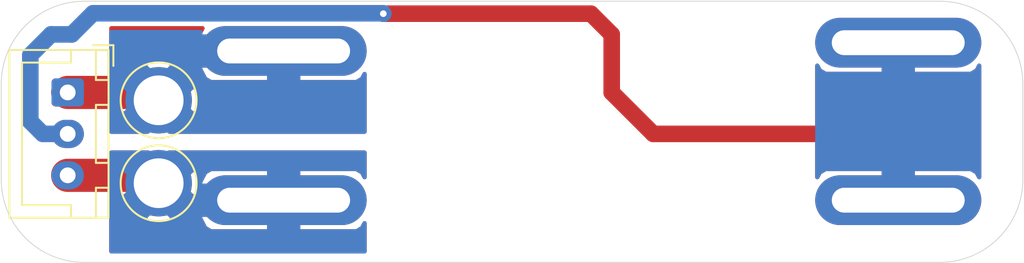
<source format=kicad_pcb>
(kicad_pcb (version 20171130) (host pcbnew 5.1.6)

  (general
    (thickness 1.6)
    (drawings 16)
    (tracks 20)
    (zones 0)
    (modules 11)
    (nets 4)
  )

  (page A4)
  (layers
    (0 F.Cu signal)
    (31 B.Cu signal)
    (32 B.Adhes user)
    (33 F.Adhes user)
    (34 B.Paste user)
    (35 F.Paste user)
    (36 B.SilkS user)
    (37 F.SilkS user)
    (38 B.Mask user)
    (39 F.Mask user)
    (40 Dwgs.User user)
    (41 Cmts.User user)
    (42 Eco1.User user)
    (43 Eco2.User user)
    (44 Edge.Cuts user)
    (45 Margin user)
    (46 B.CrtYd user)
    (47 F.CrtYd user)
    (48 B.Fab user)
    (49 F.Fab user hide)
  )

  (setup
    (last_trace_width 1)
    (user_trace_width 1)
    (user_trace_width 2)
    (trace_clearance 0.2)
    (zone_clearance 0.508)
    (zone_45_only no)
    (trace_min 0.2)
    (via_size 0.8)
    (via_drill 0.4)
    (via_min_size 0.4)
    (via_min_drill 0.3)
    (uvia_size 0.3)
    (uvia_drill 0.1)
    (uvias_allowed no)
    (uvia_min_size 0.2)
    (uvia_min_drill 0.1)
    (edge_width 0.05)
    (segment_width 0.2)
    (pcb_text_width 0.3)
    (pcb_text_size 1.5 1.5)
    (mod_edge_width 0.12)
    (mod_text_size 1 1)
    (mod_text_width 0.15)
    (pad_size 1.524 1.524)
    (pad_drill 0.762)
    (pad_to_mask_clearance 0.051)
    (solder_mask_min_width 0.25)
    (aux_axis_origin 0 0)
    (visible_elements FFFFFF7F)
    (pcbplotparams
      (layerselection 0x010fc_ffffffff)
      (usegerberextensions false)
      (usegerberattributes false)
      (usegerberadvancedattributes false)
      (creategerberjobfile false)
      (excludeedgelayer true)
      (linewidth 0.100000)
      (plotframeref false)
      (viasonmask false)
      (mode 1)
      (useauxorigin false)
      (hpglpennumber 1)
      (hpglpenspeed 20)
      (hpglpendiameter 15.000000)
      (psnegative false)
      (psa4output false)
      (plotreference true)
      (plotvalue true)
      (plotinvisibletext false)
      (padsonsilk false)
      (subtractmaskfromsilk false)
      (outputformat 1)
      (mirror false)
      (drillshape 0)
      (scaleselection 1)
      (outputdirectory "gerber/"))
  )

  (net 0 "")
  (net 1 BATT+)
  (net 2 MID)
  (net 3 BATT-)

  (net_class Default "This is the default net class."
    (clearance 0.2)
    (trace_width 0.25)
    (via_dia 0.8)
    (via_drill 0.4)
    (uvia_dia 0.3)
    (uvia_drill 0.1)
    (add_net BATT+)
    (add_net BATT-)
    (add_net MID)
  )

  (module MountingHole:MountingHole_3mm (layer F.Cu) (tedit 56D1B4CB) (tstamp 5E9FD76A)
    (at 123.5 70.5)
    (descr "Mounting Hole 3mm, no annular")
    (tags "mounting hole 3mm no annular")
    (path /5EA0FA7D)
    (attr virtual)
    (fp_text reference MK4 (at 0 -4) (layer F.SilkS) hide
      (effects (font (size 1 1) (thickness 0.15)))
    )
    (fp_text value Mounting_Hole (at 0 4) (layer F.Fab)
      (effects (font (size 1 1) (thickness 0.15)))
    )
    (fp_circle (center 0 0) (end 3 0) (layer Cmts.User) (width 0.15))
    (fp_circle (center 0 0) (end 3.25 0) (layer F.CrtYd) (width 0.05))
    (fp_text user %R (at 0.3 0) (layer F.Fab)
      (effects (font (size 1 1) (thickness 0.15)))
    )
    (pad 1 np_thru_hole circle (at 0 0) (size 3 3) (drill 3) (layers *.Cu *.Mask))
  )

  (module MountingHole:MountingHole_3mm (layer F.Cu) (tedit 56D1B4CB) (tstamp 5E9FD762)
    (at 104.5 70.5)
    (descr "Mounting Hole 3mm, no annular")
    (tags "mounting hole 3mm no annular")
    (path /5EA0F8C1)
    (attr virtual)
    (fp_text reference MK3 (at 0 -4) (layer F.SilkS) hide
      (effects (font (size 1 1) (thickness 0.15)))
    )
    (fp_text value Mounting_Hole (at 0 4) (layer F.Fab)
      (effects (font (size 1 1) (thickness 0.15)))
    )
    (fp_circle (center 0 0) (end 3 0) (layer Cmts.User) (width 0.15))
    (fp_circle (center 0 0) (end 3.25 0) (layer F.CrtYd) (width 0.05))
    (fp_text user %R (at 0.3 0) (layer F.Fab)
      (effects (font (size 1 1) (thickness 0.15)))
    )
    (pad 1 np_thru_hole circle (at 0 0) (size 3 3) (drill 3) (layers *.Cu *.Mask))
  )

  (module MountingHole:MountingHole_3mm (layer F.Cu) (tedit 56D1B4CB) (tstamp 5E9FD75A)
    (at 123.5 79.25)
    (descr "Mounting Hole 3mm, no annular")
    (tags "mounting hole 3mm no annular")
    (path /5EA0F7DE)
    (attr virtual)
    (fp_text reference MK2 (at 0 -4) (layer F.SilkS) hide
      (effects (font (size 1 1) (thickness 0.15)))
    )
    (fp_text value Mounting_Hole (at 0 4) (layer F.Fab)
      (effects (font (size 1 1) (thickness 0.15)))
    )
    (fp_circle (center 0 0) (end 3 0) (layer Cmts.User) (width 0.15))
    (fp_circle (center 0 0) (end 3.25 0) (layer F.CrtYd) (width 0.05))
    (fp_text user %R (at 0.3 0) (layer F.Fab)
      (effects (font (size 1 1) (thickness 0.15)))
    )
    (pad 1 np_thru_hole circle (at 0 0) (size 3 3) (drill 3) (layers *.Cu *.Mask))
  )

  (module MountingHole:MountingHole_3mm (layer F.Cu) (tedit 56D1B4CB) (tstamp 5E9FD752)
    (at 104.5 79.25)
    (descr "Mounting Hole 3mm, no annular")
    (tags "mounting hole 3mm no annular")
    (path /5EA0ED73)
    (attr virtual)
    (fp_text reference MK1 (at 0 -4) (layer F.SilkS) hide
      (effects (font (size 1 1) (thickness 0.15)))
    )
    (fp_text value Mounting_Hole (at 0 4) (layer F.Fab)
      (effects (font (size 1 1) (thickness 0.15)))
    )
    (fp_circle (center 0 0) (end 3 0) (layer Cmts.User) (width 0.15))
    (fp_circle (center 0 0) (end 3.25 0) (layer F.CrtYd) (width 0.05))
    (fp_text user %R (at 0.3 0) (layer F.Fab)
      (effects (font (size 1 1) (thickness 0.15)))
    )
    (pad 1 np_thru_hole circle (at 0 0) (size 3 3) (drill 3) (layers *.Cu *.Mask))
  )

  (module TestPoint:TestPoint_Plated_Hole_D3.0mm (layer F.Cu) (tedit 5A0F774F) (tstamp 5E9FCB53)
    (at 87.975 77.975)
    (descr "Plated Hole as test Point, diameter 3.0mm")
    (tags "test point plated hole")
    (path /5EA02BC1)
    (attr virtual)
    (fp_text reference TP10 (at -4.5 0) (layer F.SilkS) hide
      (effects (font (size 1 1) (thickness 0.15)))
    )
    (fp_text value OUT- (at 0 3) (layer F.Fab)
      (effects (font (size 1 1) (thickness 0.15)))
    )
    (fp_circle (center 0 0) (end 2.5 0) (layer F.CrtYd) (width 0.05))
    (fp_circle (center 0 0) (end 0 -2.286) (layer F.SilkS) (width 0.12))
    (fp_text user %R (at 0 -3.05) (layer F.Fab)
      (effects (font (size 1 1) (thickness 0.15)))
    )
    (pad 1 thru_hole circle (at 0 0) (size 4 4) (drill 3) (layers *.Cu *.Mask)
      (net 3 BATT-))
  )

  (module TestPoint:TestPoint_Plated_Hole_D3.0mm (layer F.Cu) (tedit 5A0F774F) (tstamp 5E9FCB4B)
    (at 87.975 72.975)
    (descr "Plated Hole as test Point, diameter 3.0mm")
    (tags "test point plated hole")
    (path /5EA02BCA)
    (attr virtual)
    (fp_text reference TP9 (at 0 -3.048) (layer F.SilkS) hide
      (effects (font (size 1 1) (thickness 0.15)))
    )
    (fp_text value OUT+ (at 0 3) (layer F.Fab)
      (effects (font (size 1 1) (thickness 0.15)))
    )
    (fp_circle (center 0 0) (end 2.5 0) (layer F.CrtYd) (width 0.05))
    (fp_circle (center 0 0) (end 0 -2.286) (layer F.SilkS) (width 0.12))
    (fp_text user %R (at 0 -3.05) (layer F.Fab) hide
      (effects (font (size 1 1) (thickness 0.15)))
    )
    (pad 1 thru_hole circle (at 0 0) (size 4 4) (drill 3) (layers *.Cu *.Mask)
      (net 1 BATT+))
  )

  (module nik_things:lipo_conductor_slit (layer F.Cu) (tedit 5E9F2B7B) (tstamp 5E9FCB2F)
    (at 95.5 79)
    (path /5E9F2363)
    (fp_text reference TP4 (at 0 -2.54) (layer F.SilkS) hide
      (effects (font (size 1 1) (thickness 0.15)))
    )
    (fp_text value C1- (at 0 2.54) (layer F.Fab)
      (effects (font (size 1 1) (thickness 0.15)))
    )
    (pad 1 thru_hole oval (at 0 0) (size 10 3) (drill oval 8 1.5) (layers *.Cu *.Mask)
      (net 3 BATT-))
  )

  (module nik_things:lipo_conductor_slit (layer F.Cu) (tedit 5E9F2B7B) (tstamp 5E9FCB2A)
    (at 132.5 79)
    (path /5E9F5AE5)
    (fp_text reference TP3 (at 0 -2.54) (layer F.SilkS) hide
      (effects (font (size 1 1) (thickness 0.15)))
    )
    (fp_text value C1+ (at 0 2.54) (layer F.Fab)
      (effects (font (size 1 1) (thickness 0.15)))
    )
    (pad 1 thru_hole oval (at 0 0) (size 10 3) (drill oval 8 1.5) (layers *.Cu *.Mask)
      (net 2 MID))
  )

  (module nik_things:lipo_conductor_slit (layer F.Cu) (tedit 5E9F2B7B) (tstamp 5E9FCB25)
    (at 132.5 69.5)
    (path /5E9F2E4C)
    (fp_text reference TP2 (at 0 -2.54) (layer F.SilkS) hide
      (effects (font (size 1 1) (thickness 0.15)))
    )
    (fp_text value C2- (at 0 2.54) (layer F.Fab)
      (effects (font (size 1 1) (thickness 0.15)))
    )
    (pad 1 thru_hole oval (at 0 0) (size 10 3) (drill oval 8 1.5) (layers *.Cu *.Mask)
      (net 2 MID))
  )

  (module nik_things:lipo_conductor_slit (layer F.Cu) (tedit 5E9F2B7B) (tstamp 5E9FCB20)
    (at 95.5 70)
    (path /5E9F6506)
    (fp_text reference TP1 (at 0 -2.54) (layer F.SilkS) hide
      (effects (font (size 1 1) (thickness 0.15)))
    )
    (fp_text value C2+ (at 0 2.54) (layer F.Fab)
      (effects (font (size 1 1) (thickness 0.15)))
    )
    (pad 1 thru_hole oval (at 0 0) (size 10 3) (drill oval 8 1.5) (layers *.Cu *.Mask)
      (net 1 BATT+))
  )

  (module Connector_JST:JST_XH_B3B-XH-A_1x03_P2.50mm_Vertical (layer F.Cu) (tedit 5C28146C) (tstamp 5E9FCB1B)
    (at 82.5 72.5 270)
    (descr "JST XH series connector, B3B-XH-A (http://www.jst-mfg.com/product/pdf/eng/eXH.pdf), generated with kicad-footprint-generator")
    (tags "connector JST XH vertical")
    (path /5E9FA1E2)
    (fp_text reference J1 (at -4 0 180) (layer F.SilkS) hide
      (effects (font (size 1 1) (thickness 0.15)))
    )
    (fp_text value Conn_01x03 (at 2.5 4.6 90) (layer F.Fab)
      (effects (font (size 1 1) (thickness 0.15)))
    )
    (fp_line (start -2.45 -2.35) (end -2.45 3.4) (layer F.Fab) (width 0.1))
    (fp_line (start -2.45 3.4) (end 7.45 3.4) (layer F.Fab) (width 0.1))
    (fp_line (start 7.45 3.4) (end 7.45 -2.35) (layer F.Fab) (width 0.1))
    (fp_line (start 7.45 -2.35) (end -2.45 -2.35) (layer F.Fab) (width 0.1))
    (fp_line (start -2.56 -2.46) (end -2.56 3.51) (layer F.SilkS) (width 0.12))
    (fp_line (start -2.56 3.51) (end 7.56 3.51) (layer F.SilkS) (width 0.12))
    (fp_line (start 7.56 3.51) (end 7.56 -2.46) (layer F.SilkS) (width 0.12))
    (fp_line (start 7.56 -2.46) (end -2.56 -2.46) (layer F.SilkS) (width 0.12))
    (fp_line (start -2.95 -2.85) (end -2.95 3.9) (layer F.CrtYd) (width 0.05))
    (fp_line (start -2.95 3.9) (end 7.95 3.9) (layer F.CrtYd) (width 0.05))
    (fp_line (start 7.95 3.9) (end 7.95 -2.85) (layer F.CrtYd) (width 0.05))
    (fp_line (start 7.95 -2.85) (end -2.95 -2.85) (layer F.CrtYd) (width 0.05))
    (fp_line (start -0.625 -2.35) (end 0 -1.35) (layer F.Fab) (width 0.1))
    (fp_line (start 0 -1.35) (end 0.625 -2.35) (layer F.Fab) (width 0.1))
    (fp_line (start 0.75 -2.45) (end 0.75 -1.7) (layer F.SilkS) (width 0.12))
    (fp_line (start 0.75 -1.7) (end 4.25 -1.7) (layer F.SilkS) (width 0.12))
    (fp_line (start 4.25 -1.7) (end 4.25 -2.45) (layer F.SilkS) (width 0.12))
    (fp_line (start 4.25 -2.45) (end 0.75 -2.45) (layer F.SilkS) (width 0.12))
    (fp_line (start -2.55 -2.45) (end -2.55 -1.7) (layer F.SilkS) (width 0.12))
    (fp_line (start -2.55 -1.7) (end -0.75 -1.7) (layer F.SilkS) (width 0.12))
    (fp_line (start -0.75 -1.7) (end -0.75 -2.45) (layer F.SilkS) (width 0.12))
    (fp_line (start -0.75 -2.45) (end -2.55 -2.45) (layer F.SilkS) (width 0.12))
    (fp_line (start 5.75 -2.45) (end 5.75 -1.7) (layer F.SilkS) (width 0.12))
    (fp_line (start 5.75 -1.7) (end 7.55 -1.7) (layer F.SilkS) (width 0.12))
    (fp_line (start 7.55 -1.7) (end 7.55 -2.45) (layer F.SilkS) (width 0.12))
    (fp_line (start 7.55 -2.45) (end 5.75 -2.45) (layer F.SilkS) (width 0.12))
    (fp_line (start -2.55 -0.2) (end -1.8 -0.2) (layer F.SilkS) (width 0.12))
    (fp_line (start -1.8 -0.2) (end -1.8 2.75) (layer F.SilkS) (width 0.12))
    (fp_line (start -1.8 2.75) (end 2.5 2.75) (layer F.SilkS) (width 0.12))
    (fp_line (start 7.55 -0.2) (end 6.8 -0.2) (layer F.SilkS) (width 0.12))
    (fp_line (start 6.8 -0.2) (end 6.8 2.75) (layer F.SilkS) (width 0.12))
    (fp_line (start 6.8 2.75) (end 2.5 2.75) (layer F.SilkS) (width 0.12))
    (fp_line (start -1.6 -2.75) (end -2.85 -2.75) (layer F.SilkS) (width 0.12))
    (fp_line (start -2.85 -2.75) (end -2.85 -1.5) (layer F.SilkS) (width 0.12))
    (fp_text user %R (at 2.5 2.7 90) (layer F.Fab)
      (effects (font (size 1 1) (thickness 0.15)))
    )
    (pad 3 thru_hole oval (at 5 0 270) (size 1.7 1.95) (drill 0.95) (layers *.Cu *.Mask)
      (net 3 BATT-))
    (pad 2 thru_hole oval (at 2.5 0 270) (size 1.7 1.95) (drill 0.95) (layers *.Cu *.Mask)
      (net 2 MID))
    (pad 1 thru_hole roundrect (at 0 0 270) (size 1.7 1.95) (drill 0.95) (layers *.Cu *.Mask) (roundrect_rratio 0.147059)
      (net 1 BATT+))
    (model ${KISYS3DMOD}/Connector_JST.3dshapes/JST_XH_B3B-XH-A_1x03_P2.50mm_Vertical.wrl
      (at (xyz 0 0 0))
      (scale (xyz 1 1 1))
      (rotate (xyz 0 0 0))
    )
  )

  (gr_arc (start 135 72) (end 140 72) (angle -90) (layer Margin) (width 0.15))
  (gr_arc (start 135 77.75) (end 135 82.75) (angle -90) (layer Margin) (width 0.15))
  (gr_arc (start 83.5 77.75) (end 78.5 77.75) (angle -90) (layer Margin) (width 0.15))
  (gr_arc (start 83.5 72) (end 83.5 67) (angle -90) (layer Margin) (width 0.15))
  (gr_line (start 78.5 77.75) (end 78.5 72) (layer Margin) (width 0.15))
  (gr_line (start 135 82.75) (end 83.5 82.75) (layer Margin) (width 0.15))
  (gr_line (start 140 72) (end 140 77.75) (layer Margin) (width 0.15))
  (gr_line (start 83.5 67) (end 135 67) (layer Margin) (width 0.15))
  (gr_arc (start 83.5 72) (end 83.5 67) (angle -90) (layer Edge.Cuts) (width 0.05))
  (gr_arc (start 135 72) (end 140 72) (angle -90) (layer Edge.Cuts) (width 0.05))
  (gr_arc (start 135 77.75) (end 135 82.75) (angle -90) (layer Edge.Cuts) (width 0.05))
  (gr_arc (start 83.5 77.75) (end 78.5 77.75) (angle -90) (layer Edge.Cuts) (width 0.05))
  (gr_line (start 78.5 77.75) (end 78.5 72) (layer Edge.Cuts) (width 0.05) (tstamp 5E9FCCB0))
  (gr_line (start 135 82.75) (end 83.5 82.75) (layer Edge.Cuts) (width 0.05))
  (gr_line (start 140 72) (end 140 77.75) (layer Edge.Cuts) (width 0.05))
  (gr_line (start 83.5 67) (end 135 67) (layer Edge.Cuts) (width 0.05))

  (segment (start 87.5 72.5) (end 87.975 72.975) (width 2) (layer F.Cu) (net 1))
  (segment (start 82.5 72.5) (end 87.5 72.5) (width 2) (layer F.Cu) (net 1))
  (via (at 101.5 67.75) (size 0.8) (drill 0.4) (layers F.Cu B.Cu) (net 2))
  (segment (start 101.5 67.75) (end 114 67.75) (width 1) (layer F.Cu) (net 2))
  (segment (start 114 67.75) (end 115.25 69) (width 1) (layer F.Cu) (net 2))
  (segment (start 115.25 69) (end 115.25 72.5) (width 1) (layer F.Cu) (net 2))
  (segment (start 115.25 72.5) (end 117.75 75) (width 1) (layer F.Cu) (net 2))
  (segment (start 117.75 75) (end 131 75) (width 1) (layer F.Cu) (net 2))
  (segment (start 132.5 73.5) (end 132.5 69.5) (width 1) (layer F.Cu) (net 2))
  (segment (start 131 75) (end 132.5 73.5) (width 1) (layer F.Cu) (net 2))
  (segment (start 82.5 75) (end 81 75) (width 1) (layer B.Cu) (net 2))
  (segment (start 81 75) (end 80.25 74.25) (width 1) (layer B.Cu) (net 2))
  (segment (start 80.25 74.25) (end 80.25 70.25) (width 1) (layer B.Cu) (net 2))
  (segment (start 80.25 70.25) (end 81.5 69) (width 1) (layer B.Cu) (net 2))
  (segment (start 82.75 69) (end 84.02499 67.72501) (width 1) (layer B.Cu) (net 2))
  (segment (start 81.5 69) (end 82.75 69) (width 1) (layer B.Cu) (net 2))
  (segment (start 101.47501 67.72501) (end 101.5 67.75) (width 1) (layer B.Cu) (net 2))
  (segment (start 84.02499 67.72501) (end 101.47501 67.72501) (width 1) (layer B.Cu) (net 2))
  (segment (start 87.5 77.5) (end 87.975 77.975) (width 2) (layer F.Cu) (net 3))
  (segment (start 82.5 77.5) (end 87.5 77.5) (width 2) (layer F.Cu) (net 3))

  (zone (net 2) (net_name MID) (layer F.Cu) (tstamp 5E9FDB46) (hatch edge 0.508)
    (connect_pads (clearance 0.508))
    (min_thickness 0.254)
    (fill yes (arc_segments 32) (thermal_gap 0.254) (thermal_bridge_width 2))
    (polygon
      (pts
        (xy 137.5 80.5) (xy 127.5 80.5) (xy 127.5 68) (xy 137.5 68)
      )
    )
    (filled_polygon
      (pts
        (xy 133.373 68.627) (xy 133.393 68.627) (xy 133.393 70.373) (xy 133.373 70.373) (xy 133.373 71.381)
        (xy 136.873 71.381) (xy 137.22319 71.174543) (xy 137.373 70.885455) (xy 137.373 77.614545) (xy 137.22319 77.325457)
        (xy 136.873 77.119) (xy 133.373 77.119) (xy 133.373 78.127) (xy 133.393 78.127) (xy 133.393 79.873)
        (xy 133.373 79.873) (xy 133.373 79.893) (xy 131.627 79.893) (xy 131.627 79.873) (xy 131.607 79.873)
        (xy 131.607 78.127) (xy 131.627 78.127) (xy 131.627 77.119) (xy 128.127 77.119) (xy 127.77681 77.325457)
        (xy 127.627 77.614545) (xy 127.627 70.885455) (xy 127.77681 71.174543) (xy 128.127 71.381) (xy 131.627 71.381)
        (xy 131.627 70.373) (xy 131.607 70.373) (xy 131.607 68.627) (xy 131.627 68.627) (xy 131.627 68.607)
        (xy 133.373 68.607)
      )
    )
  )
  (zone (net 1) (net_name BATT+) (layer F.Cu) (tstamp 5E9FDB43) (hatch edge 0.508)
    (connect_pads (clearance 0.508))
    (min_thickness 0.254)
    (fill yes (arc_segments 32) (thermal_gap 0.254) (thermal_bridge_width 2))
    (polygon
      (pts
        (xy 100.5 75) (xy 90.5 75) (xy 85 75) (xy 85 68.5) (xy 100.5 68.5)
      )
    )
    (filled_polygon
      (pts
        (xy 90.490937 68.877106) (xy 90.442189 69.127) (xy 94.627 69.127) (xy 94.627 69.107) (xy 96.373 69.107)
        (xy 96.373 69.127) (xy 96.393 69.127) (xy 96.393 70.873) (xy 96.373 70.873) (xy 96.373 71.881)
        (xy 99.873 71.881) (xy 100.22319 71.674543) (xy 100.373 71.385455) (xy 100.373 74.873) (xy 88.638391 74.873)
        (xy 87.975 74.209608) (xy 87.311609 74.873) (xy 85.127 74.873) (xy 85.127 72.835218) (xy 85.586565 72.835218)
        (xy 85.605188 73.303865) (xy 85.659729 73.578056) (xy 85.855144 73.860247) (xy 86.740392 72.975) (xy 89.209608 72.975)
        (xy 90.094856 73.860247) (xy 90.290271 73.578056) (xy 90.363435 73.114782) (xy 90.344812 72.646135) (xy 90.290271 72.371944)
        (xy 90.094856 72.089753) (xy 89.209608 72.975) (xy 86.740392 72.975) (xy 85.855144 72.089753) (xy 85.659729 72.371944)
        (xy 85.586565 72.835218) (xy 85.127 72.835218) (xy 85.127 70.855144) (xy 87.089753 70.855144) (xy 87.975 71.740392)
        (xy 88.842391 70.873) (xy 90.442189 70.873) (xy 90.490937 71.122894) (xy 90.77681 71.674543) (xy 91.127 71.881)
        (xy 94.627 71.881) (xy 94.627 70.873) (xy 90.442189 70.873) (xy 88.842391 70.873) (xy 88.860247 70.855144)
        (xy 88.578056 70.659729) (xy 88.114782 70.586565) (xy 87.646135 70.605188) (xy 87.371944 70.659729) (xy 87.089753 70.855144)
        (xy 85.127 70.855144) (xy 85.127 68.627) (xy 90.620546 68.627)
      )
    )
  )
  (zone (net 3) (net_name BATT-) (layer F.Cu) (tstamp 5E9FDB40) (hatch edge 0.508)
    (connect_pads (clearance 0.508))
    (min_thickness 0.254)
    (fill yes (arc_segments 32) (thermal_gap 0.254) (thermal_bridge_width 2))
    (polygon
      (pts
        (xy 92 76) (xy 100.5 76) (xy 100.5 82.5) (xy 90.5 82.5) (xy 89.5 82.5)
        (xy 85 82.5) (xy 85 76) (xy 89.5 76)
      )
    )
    (filled_polygon
      (pts
        (xy 87.975 76.740392) (xy 88.588391 76.127) (xy 100.373 76.127) (xy 100.373 77.614545) (xy 100.22319 77.325457)
        (xy 99.873 77.119) (xy 96.373 77.119) (xy 96.373 78.127) (xy 96.393 78.127) (xy 96.393 79.873)
        (xy 96.373 79.873) (xy 96.373 80.881) (xy 99.873 80.881) (xy 100.22319 80.674543) (xy 100.373 80.385455)
        (xy 100.373 82.09) (xy 85.127 82.09) (xy 85.127 80.094856) (xy 87.089753 80.094856) (xy 87.371944 80.290271)
        (xy 87.835218 80.363435) (xy 88.303865 80.344812) (xy 88.578056 80.290271) (xy 88.860247 80.094856) (xy 88.638392 79.873)
        (xy 90.442189 79.873) (xy 90.490937 80.122894) (xy 90.77681 80.674543) (xy 91.127 80.881) (xy 94.627 80.881)
        (xy 94.627 79.873) (xy 90.442189 79.873) (xy 88.638392 79.873) (xy 87.975 79.209608) (xy 87.089753 80.094856)
        (xy 85.127 80.094856) (xy 85.127 77.835218) (xy 85.586565 77.835218) (xy 85.605188 78.303865) (xy 85.659729 78.578056)
        (xy 85.855144 78.860247) (xy 86.740392 77.975) (xy 89.209608 77.975) (xy 90.094856 78.860247) (xy 90.290271 78.578056)
        (xy 90.361505 78.127) (xy 90.442189 78.127) (xy 94.627 78.127) (xy 94.627 77.119) (xy 91.127 77.119)
        (xy 90.77681 77.325457) (xy 90.490937 77.877106) (xy 90.442189 78.127) (xy 90.361505 78.127) (xy 90.363435 78.114782)
        (xy 90.344812 77.646135) (xy 90.290271 77.371944) (xy 90.094856 77.089753) (xy 89.209608 77.975) (xy 86.740392 77.975)
        (xy 85.855144 77.089753) (xy 85.659729 77.371944) (xy 85.586565 77.835218) (xy 85.127 77.835218) (xy 85.127 76.127)
        (xy 87.361609 76.127)
      )
    )
  )
  (zone (net 3) (net_name BATT-) (layer B.Cu) (tstamp 5E9FDB3D) (hatch edge 0.508)
    (connect_pads (clearance 0.508))
    (min_thickness 0.254)
    (fill yes (arc_segments 32) (thermal_gap 0.254) (thermal_bridge_width 2))
    (polygon
      (pts
        (xy 85 82.5) (xy 90.5 82.5) (xy 92 82.5) (xy 100.5 82.5) (xy 100.5 76)
        (xy 92 76) (xy 89.5 76) (xy 85 76)
      )
    )
    (filled_polygon
      (pts
        (xy 87.975 76.740392) (xy 88.588391 76.127) (xy 100.373 76.127) (xy 100.373 77.614545) (xy 100.22319 77.325457)
        (xy 99.873 77.119) (xy 96.373 77.119) (xy 96.373 78.127) (xy 96.393 78.127) (xy 96.393 79.873)
        (xy 96.373 79.873) (xy 96.373 80.881) (xy 99.873 80.881) (xy 100.22319 80.674543) (xy 100.373 80.385455)
        (xy 100.373 82.09) (xy 85.127 82.09) (xy 85.127 80.094856) (xy 87.089753 80.094856) (xy 87.371944 80.290271)
        (xy 87.835218 80.363435) (xy 88.303865 80.344812) (xy 88.578056 80.290271) (xy 88.860247 80.094856) (xy 88.638392 79.873)
        (xy 90.442189 79.873) (xy 90.490937 80.122894) (xy 90.77681 80.674543) (xy 91.127 80.881) (xy 94.627 80.881)
        (xy 94.627 79.873) (xy 90.442189 79.873) (xy 88.638392 79.873) (xy 87.975 79.209608) (xy 87.089753 80.094856)
        (xy 85.127 80.094856) (xy 85.127 77.835218) (xy 85.586565 77.835218) (xy 85.605188 78.303865) (xy 85.659729 78.578056)
        (xy 85.855144 78.860247) (xy 86.740392 77.975) (xy 89.209608 77.975) (xy 90.094856 78.860247) (xy 90.290271 78.578056)
        (xy 90.361505 78.127) (xy 90.442189 78.127) (xy 94.627 78.127) (xy 94.627 77.119) (xy 91.127 77.119)
        (xy 90.77681 77.325457) (xy 90.490937 77.877106) (xy 90.442189 78.127) (xy 90.361505 78.127) (xy 90.363435 78.114782)
        (xy 90.344812 77.646135) (xy 90.290271 77.371944) (xy 90.094856 77.089753) (xy 89.209608 77.975) (xy 86.740392 77.975)
        (xy 85.855144 77.089753) (xy 85.659729 77.371944) (xy 85.586565 77.835218) (xy 85.127 77.835218) (xy 85.127 76.127)
        (xy 87.361609 76.127)
      )
    )
  )
  (zone (net 1) (net_name BATT+) (layer B.Cu) (tstamp 5E9FDB3A) (hatch edge 0.508)
    (connect_pads (clearance 0.508))
    (min_thickness 0.254)
    (fill yes (arc_segments 32) (thermal_gap 0.254) (thermal_bridge_width 2))
    (polygon
      (pts
        (xy 90.5 75) (xy 100.5 75) (xy 100.5 68.5) (xy 85 68.5) (xy 85 75)
      )
    )
    (filled_polygon
      (pts
        (xy 90.490937 68.877106) (xy 90.442189 69.127) (xy 94.627 69.127) (xy 94.627 69.107) (xy 96.373 69.107)
        (xy 96.373 69.127) (xy 96.393 69.127) (xy 96.393 70.873) (xy 96.373 70.873) (xy 96.373 71.881)
        (xy 99.873 71.881) (xy 100.22319 71.674543) (xy 100.373 71.385455) (xy 100.373 74.873) (xy 88.638391 74.873)
        (xy 87.975 74.209608) (xy 87.311609 74.873) (xy 85.127 74.873) (xy 85.127 72.835218) (xy 85.586565 72.835218)
        (xy 85.605188 73.303865) (xy 85.659729 73.578056) (xy 85.855144 73.860247) (xy 86.740392 72.975) (xy 89.209608 72.975)
        (xy 90.094856 73.860247) (xy 90.290271 73.578056) (xy 90.363435 73.114782) (xy 90.344812 72.646135) (xy 90.290271 72.371944)
        (xy 90.094856 72.089753) (xy 89.209608 72.975) (xy 86.740392 72.975) (xy 85.855144 72.089753) (xy 85.659729 72.371944)
        (xy 85.586565 72.835218) (xy 85.127 72.835218) (xy 85.127 70.855144) (xy 87.089753 70.855144) (xy 87.975 71.740392)
        (xy 88.842391 70.873) (xy 90.442189 70.873) (xy 90.490937 71.122894) (xy 90.77681 71.674543) (xy 91.127 71.881)
        (xy 94.627 71.881) (xy 94.627 70.873) (xy 90.442189 70.873) (xy 88.842391 70.873) (xy 88.860247 70.855144)
        (xy 88.578056 70.659729) (xy 88.114782 70.586565) (xy 87.646135 70.605188) (xy 87.371944 70.659729) (xy 87.089753 70.855144)
        (xy 85.127 70.855144) (xy 85.127 68.86001) (xy 90.499796 68.86001)
      )
    )
  )
  (zone (net 2) (net_name MID) (layer B.Cu) (tstamp 5E9FDB37) (hatch edge 0.508)
    (connect_pads (clearance 0.508))
    (min_thickness 0.254)
    (fill yes (arc_segments 32) (thermal_gap 0.254) (thermal_bridge_width 2))
    (polygon
      (pts
        (xy 137.5 68) (xy 127.5 68) (xy 127.5 80.5) (xy 137.5 80.5)
      )
    )
    (filled_polygon
      (pts
        (xy 133.373 68.627) (xy 133.393 68.627) (xy 133.393 70.373) (xy 133.373 70.373) (xy 133.373 71.381)
        (xy 136.873 71.381) (xy 137.22319 71.174543) (xy 137.373 70.885455) (xy 137.373 77.614545) (xy 137.22319 77.325457)
        (xy 136.873 77.119) (xy 133.373 77.119) (xy 133.373 78.127) (xy 133.393 78.127) (xy 133.393 79.873)
        (xy 133.373 79.873) (xy 133.373 79.893) (xy 131.627 79.893) (xy 131.627 79.873) (xy 131.607 79.873)
        (xy 131.607 78.127) (xy 131.627 78.127) (xy 131.627 77.119) (xy 128.127 77.119) (xy 127.77681 77.325457)
        (xy 127.627 77.614545) (xy 127.627 70.885455) (xy 127.77681 71.174543) (xy 128.127 71.381) (xy 131.627 71.381)
        (xy 131.627 70.373) (xy 131.607 70.373) (xy 131.607 68.627) (xy 131.627 68.627) (xy 131.627 68.607)
        (xy 133.373 68.607)
      )
    )
  )
)

</source>
